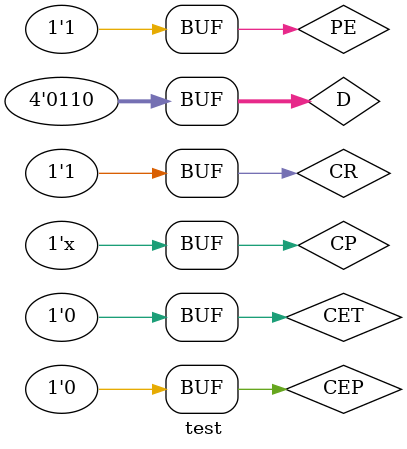
<source format=v>
module test;
	// Inputs
	reg CR;
	reg PE;
	reg CEP;
	reg CET;
	reg CP;
	reg [3:0] D;
	// Outputs
	wire [3:0] Q;
	wire TC;
	// Instantiate the Unit Under Test (UUT)
	counter15 uut (
		.CR(CR), 
		.PE(PE), 
		.CEP(CEP), 
		.CET(CET), 
		.CP(CP), 
		.D(D), 
		.Q(Q), 
		.TC(TC)
	);

	always #1 CP = ~CP;
	
	initial begin
		// Initialize Inputs
		CR = 0;PE = 0;CEP = 0;CET = 0;CP = 0;D = 0;

		// Wait 100 ns for global reset to finish
		#100;
        
		// Add stimulus here
		  CP = 0; CR = 0; PE = 0; CEP = 1; CET = 1; D = 4'b0110;
        #2 CR = 1;
        #2 PE = 1;
		#20
        #2 CEP = 0;
        #2 CET = 0;

	end
       
endmodule

</source>
